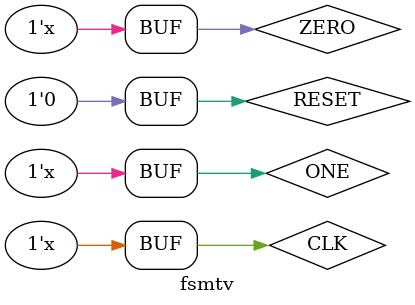
<source format=v>
`timescale 1ns / 1ps


module fsmtv;

	// Inputs
	reg CLK;
	reg RESET;
	reg ONE;
	reg ZERO;

	// Outputs
	wire OUT;

	// Instantiate the Unit Under Test (UUT)
	fsm uut (
		.CLK(CLK), 
		.RESET(RESET), 
		.ONE(ONE), 
		.ZERO(ZERO), 
		.OUT(OUT)
	);

	initial begin
		// Initialize Inputs
		CLK = 0;
		RESET = 0;
		ONE = 0;
		ZERO = 0;

		// Wait 100 ns for global reset to finish
		#100;
        
		// Add stimulus here

	end
	always #2 CLK=~CLK;
	always #5 ONE=~ONE;
	always #3 ZERO=~ZERO;
      
endmodule


</source>
